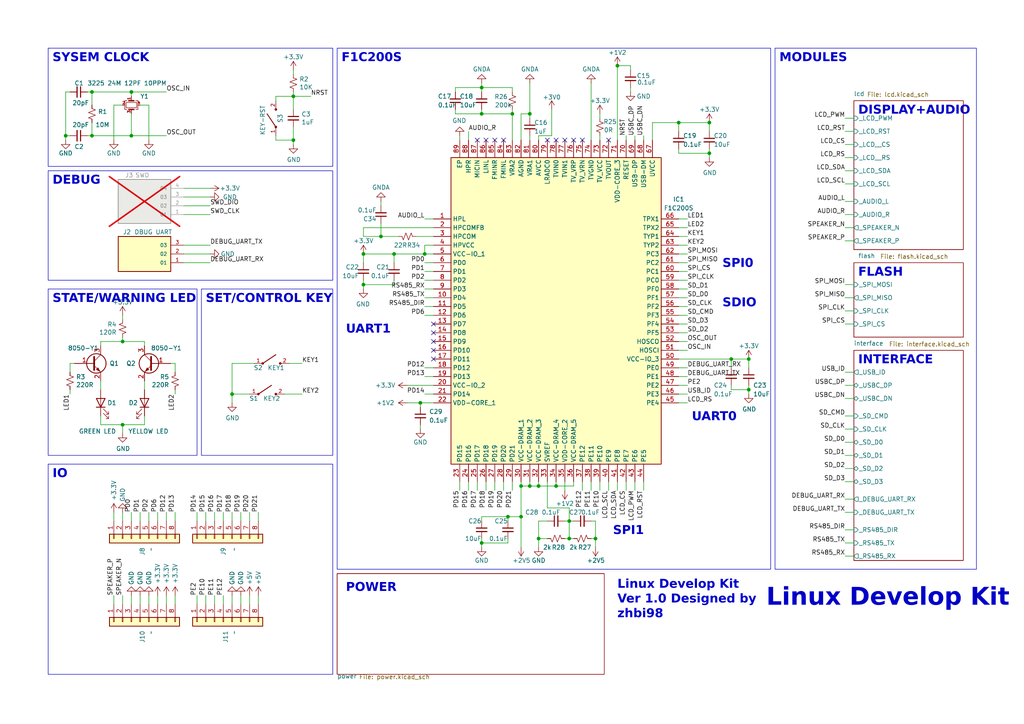
<source format=kicad_sch>
(kicad_sch (version 20230121) (generator eeschema)
  (paper "A4")
  (junction (at 85.09 40.64))
  (junction (at 139.7 33.02))
  (junction (at 205.74 35.56))
  (junction (at 156.21 140.97))
  (junction (at 217.17 113.03))
  (junction (at 35.56 123.19))
  (junction (at 26.67 39.37))
  (junction (at 19.05 39.37))
  (junction (at 212.09 104.14))
  (junction (at 156.21 156.21))
  (junction (at 153.67 140.97))
  (junction (at 139.7 25.4))
  (junction (at 38.1 39.37))
  (junction (at 205.74 44.45))
  (junction (at 179.07 19.05))
  (junction (at 139.7 157.48))
  (junction (at 105.41 73.66))
  (junction (at 153.67 33.02))
  (junction (at 110.49 68.58))
  (junction (at 105.41 82.55))
  (junction (at 147.32 149.86))
  (junction (at 151.13 140.97))
  (junction (at 172.72 156.21))
  (junction (at 161.29 140.97))
  (junction (at 196.85 35.56))
  (junction (at 151.13 149.86))
  (junction (at 121.92 116.84))
  (junction (at 165.1 156.21))
  (junction (at 148.59 33.02))
  (junction (at 114.3 73.66))
  (junction (at 217.17 104.14))
  (junction (at 26.67 26.67))
  (junction (at 38.1 26.67))
  (junction (at 67.31 114.3))
  (junction (at 123.19 73.66))
  (junction (at 35.56 99.06))
  (junction (at 165.1 151.13))
  (junction (at 85.09 27.94))
  (no_connect (at 146.05 40.64))
  (no_connect (at 140.97 40.64))
  (no_connect (at 125.73 99.06))
  (no_connect (at 176.53 40.64))
  (no_connect (at 125.73 93.98))
  (no_connect (at 158.75 40.64))
  (no_connect (at 138.43 40.64))
  (no_connect (at 168.91 40.64))
  (no_connect (at 125.73 101.6))
  (no_connect (at 125.73 96.52))
  (no_connect (at 161.29 40.64))
  (no_connect (at 163.83 40.64))
  (no_connect (at 125.73 104.14))
  (no_connect (at 143.51 40.64))
  (no_connect (at 166.37 40.64))
  (wire (pts (xy 69.85 148.59) (xy 69.85 151.13)))
  (wire (pts (xy 125.73 71.12) (xy 123.19 71.12)))
  (wire (pts (xy 50.8 172.72) (xy 50.8 175.26)))
  (wire (pts (xy 59.69 148.59) (xy 59.69 151.13)))
  (wire (pts (xy 123.19 114.3) (xy 125.73 114.3)))
  (wire (pts (xy 153.67 140.97) (xy 151.13 140.97)))
  (wire (pts (xy 205.74 35.56) (xy 205.74 38.1)))
  (wire (pts (xy 123.19 78.74) (xy 125.73 78.74)))
  (wire (pts (xy 45.72 148.59) (xy 45.72 151.13)))
  (wire (pts (xy 245.11 107.95) (xy 247.65 107.95)))
  (wire (pts (xy 20.32 105.41) (xy 21.59 105.41)))
  (wire (pts (xy 53.34 54.61) (xy 60.96 54.61)))
  (wire (pts (xy 160.02 31.75) (xy 160.02 39.37)))
  (wire (pts (xy 20.32 113.03) (xy 20.32 114.3)))
  (wire (pts (xy 147.32 156.21) (xy 147.32 157.48)))
  (wire (pts (xy 105.41 73.66) (xy 105.41 76.2)))
  (wire (pts (xy 139.7 156.21) (xy 139.7 157.48)))
  (wire (pts (xy 160.02 39.37) (xy 156.21 39.37)))
  (wire (pts (xy 196.85 78.74) (xy 199.39 78.74)))
  (wire (pts (xy 80.01 40.64) (xy 85.09 40.64)))
  (wire (pts (xy 80.01 40.64) (xy 80.01 39.37)))
  (wire (pts (xy 105.41 81.28) (xy 105.41 82.55)))
  (wire (pts (xy 43.18 30.48) (xy 40.64 30.48)))
  (wire (pts (xy 179.07 139.7) (xy 179.07 142.24)))
  (wire (pts (xy 41.91 99.06) (xy 41.91 100.33)))
  (wire (pts (xy 110.49 59.69) (xy 110.49 58.42)))
  (wire (pts (xy 245.11 45.72) (xy 247.65 45.72)))
  (wire (pts (xy 163.83 139.7) (xy 163.83 142.24)))
  (wire (pts (xy 161.29 140.97) (xy 156.21 140.97)))
  (wire (pts (xy 62.23 148.59) (xy 62.23 151.13)))
  (wire (pts (xy 62.23 172.72) (xy 62.23 175.26)))
  (wire (pts (xy 139.7 25.4) (xy 139.7 24.13)))
  (wire (pts (xy 196.85 86.36) (xy 199.39 86.36)))
  (wire (pts (xy 123.19 71.12) (xy 123.19 73.66)))
  (wire (pts (xy 156.21 151.13) (xy 156.21 156.21)))
  (wire (pts (xy 38.1 33.02) (xy 38.1 39.37)))
  (wire (pts (xy 196.85 35.56) (xy 205.74 35.56)))
  (wire (pts (xy 133.35 39.37) (xy 133.35 40.64)))
  (wire (pts (xy 85.09 40.64) (xy 85.09 41.91)))
  (wire (pts (xy 217.17 104.14) (xy 217.17 106.68)))
  (wire (pts (xy 132.08 31.75) (xy 132.08 33.02)))
  (wire (pts (xy 25.4 26.67) (xy 26.67 26.67)))
  (wire (pts (xy 50.8 105.41) (xy 50.8 107.95)))
  (wire (pts (xy 151.13 149.86) (xy 151.13 158.75)))
  (wire (pts (xy 245.11 144.78) (xy 247.65 144.78)))
  (wire (pts (xy 35.56 91.44) (xy 35.56 92.71)))
  (wire (pts (xy 172.72 156.21) (xy 172.72 158.75)))
  (wire (pts (xy 196.85 44.45) (xy 205.74 44.45)))
  (wire (pts (xy 196.85 73.66) (xy 199.39 73.66)))
  (wire (pts (xy 20.32 26.67) (xy 19.05 26.67)))
  (wire (pts (xy 123.19 86.36) (xy 125.73 86.36)))
  (wire (pts (xy 153.67 24.13) (xy 153.67 33.02)))
  (wire (pts (xy 196.85 63.5) (xy 199.39 63.5)))
  (wire (pts (xy 123.19 73.66) (xy 125.73 73.66)))
  (wire (pts (xy 139.7 25.4) (xy 139.7 26.67)))
  (wire (pts (xy 212.09 111.76) (xy 212.09 113.03)))
  (wire (pts (xy 139.7 157.48) (xy 139.7 158.75)))
  (wire (pts (xy 182.88 25.4) (xy 182.88 26.67)))
  (wire (pts (xy 171.45 151.13) (xy 172.72 151.13)))
  (wire (pts (xy 35.56 99.06) (xy 41.91 99.06)))
  (wire (pts (xy 245.11 86.36) (xy 247.65 86.36)))
  (wire (pts (xy 114.3 81.28) (xy 114.3 82.55)))
  (wire (pts (xy 105.41 68.58) (xy 110.49 68.58)))
  (wire (pts (xy 38.1 39.37) (xy 48.26 39.37)))
  (wire (pts (xy 139.7 33.02) (xy 148.59 33.02)))
  (wire (pts (xy 121.92 116.84) (xy 125.73 116.84)))
  (wire (pts (xy 33.02 30.48) (xy 33.02 40.64)))
  (wire (pts (xy 217.17 111.76) (xy 217.17 113.03)))
  (wire (pts (xy 217.17 114.3) (xy 217.17 113.03)))
  (wire (pts (xy 196.85 91.44) (xy 199.39 91.44)))
  (wire (pts (xy 57.15 148.59) (xy 57.15 151.13)))
  (wire (pts (xy 114.3 73.66) (xy 114.3 76.2)))
  (wire (pts (xy 67.31 148.59) (xy 67.31 151.13)))
  (wire (pts (xy 151.13 139.7) (xy 151.13 140.97)))
  (wire (pts (xy 123.19 83.82) (xy 125.73 83.82)))
  (wire (pts (xy 53.34 62.23) (xy 60.96 62.23)))
  (wire (pts (xy 245.11 93.98) (xy 247.65 93.98)))
  (wire (pts (xy 245.11 38.1) (xy 247.65 38.1)))
  (wire (pts (xy 184.15 39.37) (xy 184.15 40.64)))
  (wire (pts (xy 138.43 142.24) (xy 138.43 139.7)))
  (wire (pts (xy 156.21 140.97) (xy 153.67 140.97)))
  (wire (pts (xy 43.18 30.48) (xy 43.18 40.64)))
  (wire (pts (xy 82.55 114.3) (xy 87.63 114.3)))
  (wire (pts (xy 158.75 139.7) (xy 158.75 147.32)))
  (wire (pts (xy 123.19 109.22) (xy 125.73 109.22)))
  (wire (pts (xy 181.61 39.37) (xy 181.61 40.64)))
  (wire (pts (xy 143.51 142.24) (xy 143.51 139.7)))
  (wire (pts (xy 73.66 105.41) (xy 67.31 105.41)))
  (wire (pts (xy 114.3 73.66) (xy 123.19 73.66)))
  (wire (pts (xy 72.39 114.3) (xy 67.31 114.3)))
  (wire (pts (xy 114.3 82.55) (xy 105.41 82.55)))
  (wire (pts (xy 165.1 151.13) (xy 165.1 156.21)))
  (wire (pts (xy 151.13 140.97) (xy 151.13 149.86)))
  (wire (pts (xy 123.19 63.5) (xy 125.73 63.5)))
  (wire (pts (xy 123.19 76.2) (xy 125.73 76.2)))
  (wire (pts (xy 53.34 59.69) (xy 60.96 59.69)))
  (wire (pts (xy 205.74 45.72) (xy 205.74 44.45)))
  (wire (pts (xy 196.85 106.68) (xy 199.39 106.68)))
  (wire (pts (xy 166.37 140.97) (xy 161.29 140.97)))
  (wire (pts (xy 168.91 142.24) (xy 168.91 139.7)))
  (wire (pts (xy 85.09 20.32) (xy 85.09 21.59)))
  (wire (pts (xy 199.39 111.76) (xy 196.85 111.76)))
  (wire (pts (xy 80.01 27.94) (xy 80.01 29.21)))
  (wire (pts (xy 41.91 123.19) (xy 41.91 120.65)))
  (wire (pts (xy 147.32 149.86) (xy 147.32 151.13)))
  (wire (pts (xy 171.45 40.64) (xy 171.45 24.13)))
  (wire (pts (xy 53.34 73.66) (xy 60.96 73.66)))
  (wire (pts (xy 189.23 35.56) (xy 196.85 35.56)))
  (wire (pts (xy 158.75 147.32) (xy 165.1 147.32)))
  (wire (pts (xy 196.85 76.2) (xy 199.39 76.2)))
  (wire (pts (xy 147.32 149.86) (xy 151.13 149.86)))
  (wire (pts (xy 151.13 33.02) (xy 153.67 33.02)))
  (wire (pts (xy 245.11 135.89) (xy 247.65 135.89)))
  (wire (pts (xy 72.39 148.59) (xy 72.39 151.13)))
  (wire (pts (xy 184.15 139.7) (xy 184.15 142.24)))
  (wire (pts (xy 123.19 81.28) (xy 125.73 81.28)))
  (wire (pts (xy 67.31 105.41) (xy 67.31 114.3)))
  (wire (pts (xy 41.91 110.49) (xy 41.91 113.03)))
  (wire (pts (xy 83.82 105.41) (xy 87.63 105.41)))
  (wire (pts (xy 245.11 120.65) (xy 247.65 120.65)))
  (wire (pts (xy 85.09 27.94) (xy 90.17 27.94)))
  (wire (pts (xy 135.89 38.1) (xy 135.89 40.64)))
  (wire (pts (xy 48.26 148.59) (xy 48.26 151.13)))
  (wire (pts (xy 172.72 151.13) (xy 172.72 156.21)))
  (wire (pts (xy 53.34 57.15) (xy 60.96 57.15)))
  (wire (pts (xy 245.11 82.55) (xy 247.65 82.55)))
  (wire (pts (xy 182.88 19.05) (xy 182.88 20.32)))
  (wire (pts (xy 245.11 34.29) (xy 247.65 34.29)))
  (wire (pts (xy 182.88 19.05) (xy 179.07 19.05)))
  (wire (pts (xy 196.85 101.6) (xy 199.39 101.6)))
  (wire (pts (xy 245.11 128.27) (xy 247.65 128.27)))
  (wire (pts (xy 196.85 104.14) (xy 212.09 104.14)))
  (wire (pts (xy 245.11 66.04) (xy 247.65 66.04)))
  (wire (pts (xy 156.21 139.7) (xy 156.21 140.97)))
  (wire (pts (xy 196.85 96.52) (xy 199.39 96.52)))
  (wire (pts (xy 166.37 156.21) (xy 165.1 156.21)))
  (wire (pts (xy 173.99 142.24) (xy 173.99 139.7)))
  (wire (pts (xy 139.7 31.75) (xy 139.7 33.02)))
  (wire (pts (xy 212.09 104.14) (xy 212.09 106.68)))
  (wire (pts (xy 118.11 116.84) (xy 121.92 116.84)))
  (wire (pts (xy 196.85 93.98) (xy 199.39 93.98)))
  (wire (pts (xy 19.05 39.37) (xy 20.32 39.37)))
  (wire (pts (xy 121.92 116.84) (xy 121.92 118.11)))
  (wire (pts (xy 33.02 175.26) (xy 33.02 172.72)))
  (wire (pts (xy 26.67 39.37) (xy 38.1 39.37)))
  (wire (pts (xy 176.53 139.7) (xy 176.53 142.24)))
  (wire (pts (xy 245.11 41.91) (xy 247.65 41.91)))
  (wire (pts (xy 196.85 83.82) (xy 199.39 83.82)))
  (wire (pts (xy 156.21 156.21) (xy 158.75 156.21)))
  (wire (pts (xy 245.11 111.76) (xy 247.65 111.76)))
  (wire (pts (xy 196.85 109.22) (xy 199.39 109.22)))
  (wire (pts (xy 38.1 26.67) (xy 48.26 26.67)))
  (wire (pts (xy 245.11 115.57) (xy 247.65 115.57)))
  (wire (pts (xy 186.69 139.7) (xy 186.69 142.24)))
  (wire (pts (xy 25.4 39.37) (xy 26.67 39.37)))
  (wire (pts (xy 33.02 148.59) (xy 33.02 151.13)))
  (wire (pts (xy 189.23 40.64) (xy 189.23 35.56)))
  (wire (pts (xy 165.1 147.32) (xy 165.1 151.13)))
  (wire (pts (xy 85.09 26.67) (xy 85.09 27.94)))
  (wire (pts (xy 85.09 27.94) (xy 85.09 31.75)))
  (wire (pts (xy 166.37 151.13) (xy 165.1 151.13)))
  (wire (pts (xy 196.85 43.18) (xy 196.85 44.45)))
  (wire (pts (xy 67.31 172.72) (xy 67.31 175.26)))
  (wire (pts (xy 125.73 66.04) (xy 105.41 66.04)))
  (wire (pts (xy 40.64 172.72) (xy 40.64 175.26)))
  (wire (pts (xy 196.85 71.12) (xy 199.39 71.12)))
  (wire (pts (xy 53.34 76.2) (xy 60.96 76.2)))
  (wire (pts (xy 38.1 148.59) (xy 38.1 151.13)))
  (wire (pts (xy 212.09 113.03) (xy 217.17 113.03)))
  (wire (pts (xy 148.59 33.02) (xy 148.59 40.64)))
  (wire (pts (xy 173.99 33.02) (xy 173.99 34.29)))
  (wire (pts (xy 196.85 81.28) (xy 199.39 81.28)))
  (wire (pts (xy 29.21 123.19) (xy 29.21 120.65)))
  (wire (pts (xy 245.11 124.46) (xy 247.65 124.46)))
  (wire (pts (xy 50.8 113.03) (xy 50.8 114.3)))
  (wire (pts (xy 156.21 156.21) (xy 156.21 158.75)))
  (wire (pts (xy 196.85 99.06) (xy 199.39 99.06)))
  (wire (pts (xy 166.37 139.7) (xy 166.37 140.97)))
  (wire (pts (xy 29.21 123.19) (xy 35.56 123.19)))
  (wire (pts (xy 165.1 151.13) (xy 163.83 151.13)))
  (wire (pts (xy 59.69 172.72) (xy 59.69 175.26)))
  (wire (pts (xy 171.45 142.24) (xy 171.45 139.7)))
  (wire (pts (xy 123.19 106.68) (xy 125.73 106.68)))
  (wire (pts (xy 80.01 27.94) (xy 85.09 27.94)))
  (wire (pts (xy 245.11 153.67) (xy 247.65 153.67)))
  (wire (pts (xy 69.85 172.72) (xy 69.85 175.26)))
  (wire (pts (xy 29.21 99.06) (xy 29.21 100.33)))
  (wire (pts (xy 156.21 39.37) (xy 156.21 40.64)))
  (wire (pts (xy 43.18 148.59) (xy 43.18 151.13)))
  (wire (pts (xy 158.75 151.13) (xy 156.21 151.13)))
  (wire (pts (xy 245.11 157.48) (xy 247.65 157.48)))
  (wire (pts (xy 19.05 39.37) (xy 19.05 40.64)))
  (wire (pts (xy 151.13 40.64) (xy 151.13 33.02)))
  (wire (pts (xy 139.7 25.4) (xy 148.59 25.4)))
  (wire (pts (xy 245.11 53.34) (xy 247.65 53.34)))
  (wire (pts (xy 245.11 69.85) (xy 247.65 69.85)))
  (wire (pts (xy 74.93 172.72) (xy 74.93 175.26)))
  (wire (pts (xy 212.09 104.14) (xy 217.17 104.14)))
  (wire (pts (xy 148.59 25.4) (xy 148.59 26.67)))
  (wire (pts (xy 146.05 142.24) (xy 146.05 139.7)))
  (wire (pts (xy 245.11 49.53) (xy 247.65 49.53)))
  (wire (pts (xy 245.11 161.29) (xy 247.65 161.29)))
  (wire (pts (xy 172.72 156.21) (xy 171.45 156.21)))
  (wire (pts (xy 105.41 83.82) (xy 105.41 82.55)))
  (wire (pts (xy 161.29 139.7) (xy 161.29 140.97)))
  (wire (pts (xy 29.21 99.06) (xy 35.56 99.06)))
  (wire (pts (xy 179.07 19.05) (xy 179.07 40.64)))
  (wire (pts (xy 64.77 172.72) (xy 64.77 175.26)))
  (wire (pts (xy 148.59 142.24) (xy 148.59 139.7)))
  (wire (pts (xy 35.56 175.26) (xy 35.56 172.72)))
  (wire (pts (xy 57.15 172.72) (xy 57.15 175.26)))
  (wire (pts (xy 173.99 39.37) (xy 173.99 40.64)))
  (wire (pts (xy 64.77 148.59) (xy 64.77 151.13)))
  (wire (pts (xy 165.1 156.21) (xy 163.83 156.21)))
  (wire (pts (xy 132.08 33.02) (xy 139.7 33.02)))
  (wire (pts (xy 196.85 38.1) (xy 196.85 35.56)))
  (wire (pts (xy 133.35 142.24) (xy 133.35 139.7)))
  (wire (pts (xy 72.39 172.72) (xy 72.39 175.26)))
  (wire (pts (xy 135.89 142.24) (xy 135.89 139.7)))
  (wire (pts (xy 132.08 25.4) (xy 139.7 25.4)))
  (wire (pts (xy 153.67 139.7) (xy 153.67 140.97)))
  (wire (pts (xy 205.74 43.18) (xy 205.74 44.45)))
  (wire (pts (xy 153.67 33.02) (xy 153.67 34.29)))
  (wire (pts (xy 29.21 110.49) (xy 29.21 113.03)))
  (wire (pts (xy 196.85 66.04) (xy 199.39 66.04)))
  (wire (pts (xy 35.56 123.19) (xy 41.91 123.19)))
  (wire (pts (xy 196.85 116.84) (xy 199.39 116.84)))
  (wire (pts (xy 35.56 97.79) (xy 35.56 99.06)))
  (wire (pts (xy 53.34 71.12) (xy 60.96 71.12)))
  (wire (pts (xy 35.56 148.59) (xy 35.56 151.13)))
  (wire (pts (xy 20.32 105.41) (xy 20.32 107.95)))
  (wire (pts (xy 147.32 157.48) (xy 139.7 157.48)))
  (wire (pts (xy 121.92 123.19) (xy 121.92 124.46)))
  (wire (pts (xy 245.11 139.7) (xy 247.65 139.7)))
  (wire (pts (xy 123.19 88.9) (xy 125.73 88.9)))
  (wire (pts (xy 196.85 114.3) (xy 199.39 114.3)))
  (wire (pts (xy 148.59 33.02) (xy 148.59 31.75)))
  (wire (pts (xy 245.11 132.08) (xy 247.65 132.08)))
  (wire (pts (xy 132.08 26.67) (xy 132.08 25.4)))
  (wire (pts (xy 48.26 172.72) (xy 48.26 175.26)))
  (wire (pts (xy 43.18 172.72) (xy 43.18 175.26)))
  (wire (pts (xy 85.09 36.83) (xy 85.09 40.64)))
  (wire (pts (xy 74.93 148.59) (xy 74.93 151.13)))
  (wire (pts (xy 38.1 172.72) (xy 38.1 175.26)))
  (wire (pts (xy 110.49 64.77) (xy 110.49 68.58)))
  (wire (pts (xy 118.11 111.76) (xy 125.73 111.76)))
  (wire (pts (xy 245.11 58.42) (xy 247.65 58.42)))
  (wire (pts (xy 139.7 149.86) (xy 139.7 151.13)))
  (wire (pts (xy 26.67 30.48) (xy 26.67 26.67)))
  (wire (pts (xy 186.69 39.37) (xy 186.69 40.64)))
  (wire (pts (xy 105.41 66.04) (xy 105.41 68.58)))
  (wire (pts (xy 181.61 139.7) (xy 181.61 142.24)))
  (wire (pts (xy 35.56 123.19) (xy 35.56 125.73)))
  (wire (pts (xy 147.32 149.86) (xy 139.7 149.86)))
  (wire (pts (xy 245.11 90.17) (xy 247.65 90.17)))
  (wire (pts (xy 26.67 26.67) (xy 38.1 26.67)))
  (wire (pts (xy 50.8 105.41) (xy 49.53 105.41)))
  (wire (pts (xy 19.05 26.67) (xy 19.05 39.37)))
  (wire (pts (xy 120.65 68.58) (xy 125.73 68.58)))
  (wire (pts (xy 123.19 91.44) (xy 125.73 91.44)))
  (wire (pts (xy 245.11 148.59) (xy 247.65 148.59)))
  (wire (pts (xy 196.85 68.58) (xy 199.39 68.58)))
  (wire (pts (xy 50.8 148.59) (xy 50.8 151.13)))
  (wire (pts (xy 140.97 142.24) (xy 140.97 139.7)))
  (wire (pts (xy 114.3 73.66) (xy 105.41 73.66)))
  (wire (pts (xy 45.72 172.72) (xy 45.72 175.26)))
  (wire (pts (xy 26.67 35.56) (xy 26.67 39.37)))
  (wire (pts (xy 245.11 62.23) (xy 247.65 62.23)))
  (wire (pts (xy 196.85 88.9) (xy 199.39 88.9)))
  (wire (pts (xy 67.31 114.3) (xy 67.31 116.84)))
  (wire (pts (xy 110.49 68.58) (xy 115.57 68.58)))
  (wire (pts (xy 38.1 26.67) (xy 38.1 27.94)))
  (wire (pts (xy 40.64 148.59) (xy 40.64 151.13)))
  (wire (pts (xy 35.56 30.48) (xy 33.02 30.48)))
  (wire (pts (xy 153.67 39.37) (xy 153.67 40.64)))
  (rectangle (start 13.97 83.82) (end 57.15 132.08))
  (rectangle (start 13.97 134.62) (end 96.52 195.58))
  (rectangle (start 224.79 13.97) (end 283.21 165.1))
  (rectangle (start 58.42 83.82) (end 96.52 132.08))
  (rectangle (start 97.79 13.97) (end 223.52 165.1))
  (rectangle (start 13.97 49.53) (end 96.52 81.28))
  (rectangle (start 13.97 13.97) (end 96.52 48.26))
  (text "DISPLAY+AUDIO" (at 248.92 34.29 0) (effects (font (size 2.54 2.54) bold) (justify left bottom)))
  (text "MODULES" (at 226.06 19.05 0) (effects (font (size 2.54 2.54) (thickness 0.508) bold) (justify left bottom)))
  (text "DEBUG" (at 15.24 54.61 0) (effects (font (size 2.54 2.54) (thickness 0.508) bold) (justify left bottom)))
  (text "UART0" (at 200.66 123.19 0) (effects (font (size 2.54 2.54) (thickness 0.508) bold) (justify left bottom)))
  (text "SPI1" (at 177.8 156.21 0) (effects (font (size 2.54 2.54) (thickness 0.508) bold) (justify left bottom)))
  (text "SPI0" (at 209.55 78.74 0) (effects (font (size 2.54 2.54) (thickness 0.508) bold) (justify left bottom)))
  (text "F1C200S" (at 99.06 19.05 0) (effects (font (size 2.54 2.54) (thickness 0.508) bold) (justify left bottom)))
  (text "STATE/WARNING LED" (at 15.24 88.9 0) (effects (font (size 2.54 2.54) (thickness 0.508) bold) (justify left bottom)))
  (text "SET/CONTROL KEY" (at 59.69 88.9 0) (effects (font (size 2.54 2.54) (thickness 0.508) bold) (justify left bottom)))
  (text "INTERFACE" (at 248.92 106.68 0) (effects (font (size 2.54 2.54) bold) (justify left bottom)))
  (text "UART1" (at 100.33 97.79 0) (effects (font (size 2.54 2.54) (thickness 0.508) bold) (justify left bottom)))
  (text "Linux Develop Kit\nVer 1.0 Designed by\nzhbi98" (at 179.07 180.34 0) (effects (font (size 2.54 2.54) bold) (justify left bottom)))
  (text "IO" (at 15.24 139.7 0) (effects (font (size 2.54 2.54) (thickness 0.508) bold) (justify left bottom)))
  (text "FLASH" (at 248.92 81.28 0) (effects (font (size 2.54 2.54) bold) (justify left bottom)))
  (text "Linux Develop Kit" (at 222.25 177.8 0) (effects (font (size 5.08 5.08) bold) (justify left bottom)))
  (text "SYSEM CLOCK" (at 15.24 19.05 0) (effects (font (size 2.54 2.54) (thickness 0.508) bold) (justify left bottom)))
  (text "POWER" (at 100.33 172.72 0) (effects (font (size 2.54 2.54) bold) (justify left bottom)))
  (text "SDIO" (at 209.55 90.17 0) (effects (font (size 2.54 2.54) (thickness 0.508) bold) (justify left bottom)))
  (label "SD_CLK" (at 199.39 88.9 0))
  (label "LCD_SDA" (at 179.07 142.24 270))
  (label "SPI_CLK" (at 245.11 90.17 180))
  (label "USBC_DN" (at 245.11 115.57 180))
  (label "PD6" (at 45.72 148.59 90))
  (label "PD12" (at 48.26 148.59 90))
  (label "RS485_DIR" (at 123.19 88.9 180))
  (label "AUDIO_R" (at 245.11 62.23 180))
  (label "PE10" (at 59.69 172.72 90))
  (label "NRST" (at 181.61 39.37 90))
  (label "DEBUG_UART_TX" (at 245.11 148.59 180))
  (label "PD1" (at 40.64 148.59 90))
  (label "DEBUG_UART_RX" (at 60.96 76.2 0))
  (label "SPEAKER_P" (at 245.11 69.85 180))
  (label "PD18" (at 67.31 148.59 90))
  (label "PD13" (at 50.8 148.59 90))
  (label "DEBUG_UART_RX" (at 245.11 144.78 180))
  (label "RS485_RX" (at 245.11 161.29 180))
  (label "LCD_RST" (at 245.11 38.1 180))
  (label "RS485_DIR" (at 245.11 153.67 180))
  (label "USB_ID" (at 199.39 114.3 0))
  (label "SPEAKER_N" (at 245.11 66.04 180))
  (label "DEBUG_UART_TX" (at 199.39 109.22 0))
  (label "SPI_CS" (at 245.11 93.98 180))
  (label "PD20" (at 72.39 148.59 90))
  (label "PD15" (at 59.69 148.59 90))
  (label "AUDIO_L" (at 123.19 63.5 180))
  (label "USB_ID" (at 245.11 107.95 180))
  (label "AUDIO_R" (at 135.89 38.1 0))
  (label "SWD_CLK" (at 60.96 62.23 0))
  (label "DEBUG_UART_RX" (at 199.39 106.68 0))
  (label "PD1" (at 123.19 78.74 180))
  (label "PD0" (at 38.1 148.59 90))
  (label "PD16" (at 62.23 148.59 90))
  (label "PD2" (at 43.18 148.59 90))
  (label "LED1" (at 199.39 63.5 0))
  (label "PE12" (at 168.91 142.24 270))
  (label "PD20" (at 146.05 142.24 270))
  (label "AUDIO_L" (at 245.11 58.42 180))
  (label "LCD_SCL" (at 176.53 142.24 270))
  (label "LCD_RS" (at 199.39 116.84 0))
  (label "PD16" (at 135.89 142.24 270))
  (label "PD18" (at 140.97 142.24 270))
  (label "PD21" (at 74.93 148.59 90))
  (label "PE10" (at 173.99 142.24 270))
  (label "OSC_IN" (at 48.26 26.67 0))
  (label "PE2" (at 57.15 172.72 90))
  (label "OSC_OUT" (at 48.26 39.37 0))
  (label "PD19" (at 143.51 142.24 270))
  (label "PD19" (at 69.85 148.59 90))
  (label "PD6" (at 123.19 91.44 180))
  (label "RS485_TX" (at 123.19 86.36 180))
  (label "PD14" (at 57.15 148.59 90))
  (label "LED2" (at 199.39 66.04 0))
  (label "LCD_SCL" (at 245.11 53.34 180))
  (label "PD2" (at 123.19 81.28 180))
  (label "SWD_DIO" (at 60.96 59.69 0))
  (label "SD_D0" (at 199.39 86.36 0))
  (label "SPI_CLK" (at 199.39 81.28 0))
  (label "SD_D3" (at 199.39 93.98 0))
  (label "LCD_PWM" (at 245.11 34.29 180))
  (label "PD14" (at 123.19 114.3 180))
  (label "NRST" (at 90.17 27.94 0))
  (label "RS485_TX" (at 245.11 157.48 180))
  (label "SD_D2" (at 199.39 96.52 0))
  (label "LCD_PWM" (at 184.15 142.24 270))
  (label "KEY2" (at 199.39 71.12 0))
  (label "PD12" (at 123.19 106.68 180))
  (label "PD0" (at 123.19 76.2 180))
  (label "PD15" (at 133.35 142.24 270))
  (label "SPEAKER_N" (at 35.56 172.72 90))
  (label "PE12" (at 64.77 172.72 90))
  (label "KEY1" (at 199.39 68.58 0))
  (label "KEY2" (at 87.63 114.3 0))
  (label "SD_D0" (at 245.11 128.27 180))
  (label "PE2" (at 199.39 111.76 0))
  (label "SPEAKER_P" (at 33.02 172.72 90))
  (label "PE11" (at 171.45 142.24 270))
  (label "SD_CLK" (at 245.11 124.46 180))
  (label "PD21" (at 148.59 142.24 270))
  (label "DEBUG_UART_TX" (at 60.96 71.12 0))
  (label "LCD_RS" (at 245.11 45.72 180))
  (label "PE11" (at 62.23 172.72 90))
  (label "LCD_CS" (at 245.11 41.91 180))
  (label "KEY1" (at 87.63 105.41 0))
  (label "LCD_SDA" (at 245.11 49.53 180))
  (label "PD13" (at 123.19 109.22 180))
  (label "PD17" (at 64.77 148.59 90))
  (label "USBC_DN" (at 186.69 39.37 90))
  (label "SPI_MOSI" (at 245.11 82.55 180))
  (label "SD_D1" (at 245.11 132.08 180))
  (label "USBC_DP" (at 245.11 111.76 180))
  (label "OSC_OUT" (at 199.39 99.06 0))
  (label "USBC_DP" (at 184.15 39.37 90))
  (label "SD_CMD" (at 199.39 91.44 0))
  (label "SD_D2" (at 245.11 135.89 180))
  (label "SD_CMD" (at 245.11 120.65 180))
  (label "SPI_MISO" (at 199.39 76.2 0))
  (label "SD_D3" (at 245.11 139.7 180))
  (label "OSC_IN" (at 199.39 101.6 0))
  (label "LCD_RST" (at 186.69 142.24 270))
  (label "SPI_MISO" (at 245.11 86.36 180))
  (label "LED2" (at 50.8 114.3 270))
  (label "LED1" (at 20.32 114.3 270))
  (label "SD_D1" (at 199.39 83.82 0))
  (label "PD17" (at 138.43 142.24 270))
  (label "RS485_RX" (at 123.19 83.82 180))
  (label "LCD_CS" (at 181.61 142.24 270))
  (label "SPI_CS" (at 199.39 78.74 0))
  (label "SPI_MOSI" (at 199.39 73.66 0))
  (symbol (lib_id "Device:C_Small") (at 105.41 78.74 0) (mirror y) (unit 1)
    (property "Reference" "C22" (at 104.14 77.47 0) (effects (justify left)))
    (property "Value" "10uF" (at 104.14 80.01 0) (effects (justify left)))
    (property "Footprint" "Capacitor_SMD:C_0603_1608Metric" (effects hide))
  )
  (symbol (lib_id "power:GND") (at 33.02 40.64 0) (unit 1)
    (property "Reference" "#PWR02" (effects hide))
    (property "Value" "GND" (at 33.02 44.45 0))
  )
  (symbol (lib_id "power:GND") (at 67.31 116.84 0) (unit 1)
    (property "Reference" "#PWR011" (effects hide))
    (property "Value" "GND" (at 67.437 121.2342 0))
  )
  (symbol (lib_id "power:+3.3V") (at 173.99 33.02 0) (unit 1)
    (property "Reference" "#PWR062" (effects hide))
    (property "Value" "+3.3V" (at 173.99 29.21 0))
  )
  (symbol (lib_id "power:+3.3V") (at 35.56 91.44 0) (mirror y) (unit 1)
    (property "Reference" "#PWR09" (effects hide))
    (property "Value" "+3.3V" (at 35.56 87.63 0))
  )
  (symbol (lib_id "power:GND") (at 133.35 39.37 180) (unit 1)
    (property "Reference" "#PWR065" (effects hide))
    (property "Value" "GND" (at 133.223 34.9758 0))
  )
  (symbol (lib_id "power:GND") (at 105.41 83.82 0) (mirror y) (unit 1)
    (property "Reference" "#PWR071" (effects hide))
    (property "Value" "GND" (at 105.283 88.2142 0))
  )
  (symbol (lib_id "Device:C_Small") (at 196.85 40.64 0) (unit 1)
    (property "Reference" "C19" (at 198.12 39.37 0) (effects (justify left)))
    (property "Value" "0.1uF" (at 198.12 41.91 0) (effects (justify left)))
    (property "Footprint" "Capacitor_SMD:C_0603_1608Metric" (effects hide))
  )
  (symbol (lib_id "power:+3V0") (at 160.02 31.75 0) (unit 1)
    (property "Reference" "#PWR063" (effects hide))
    (property "Value" "+3V0" (at 160.02 28.194 0))
  )
  (symbol (lib_id "power:GNDA") (at 110.49 58.42 180) (unit 1)
    (property "Reference" "#PWR096" (effects hide))
    (property "Value" "GNDA" (at 110.49 54.356 0))
  )
  (symbol (lib_id "power:GND") (at 40.64 172.72 180) (unit 1)
    (property "Reference" "#PWR0114" (effects hide))
    (property "Value" "GND" (at 40.64 167.64 90))
  )
  (symbol (lib_id "Device:R_Small_US") (at 50.8 110.49 0) (mirror y) (unit 1)
    (property "Reference" "R5" (at 49.0728 109.3216 0) (effects (justify left)))
    (property "Value" "220R" (at 49.0728 111.633 0) (effects (justify left)))
    (property "Footprint" "Resistor_SMD:R_0603_1608Metric" (effects hide))
  )
  (symbol (lib_id "Device:C_Small") (at 168.91 151.13 90) (mirror x) (unit 1)
    (property "Reference" "C27" (at 168.91 148.59 90) (effects (justify left)))
    (property "Value" "0.1uF" (at 173.99 148.59 90) (effects (justify left)))
    (property "Footprint" "Capacitor_SMD:C_0603_1608Metric" (effects hide))
  )
  (symbol (lib_id "3rd_Connector_Generic:CONN_1x3P") (at 41.91 73.66 180) (unit 1)
    (property "Reference" "J2" (at 36.83 67.31 0))
    (property "Value" "DBUG UART" (at 44.45 67.31 0))
    (property "Footprint" "3rd_Connector_JST_SMD:CONN-SMD_1x3P-P1.0-H_WAFER-SH1.0-3PWB" (effects hide))
    (property "MANUFACTURER" "SAMTEC" (effects hide))
  )
  (symbol (lib_id "Device:C_Small") (at 139.7 29.21 0) (unit 1)
    (property "Reference" "C18" (at 133.35 27.94 0) (effects (justify left)))
    (property "Value" "10uF" (at 133.35 30.48 0) (effects (justify left)))
    (property "Footprint" "Capacitor_SMD:C_0603_1608Metric" (effects hide))
  )
  (symbol (lib_id "Device:Q_NPN_BEC") (at 26.67 105.41 0) (unit 1)
    (property "Reference" "Q1" (at 31.75 105.41 0) (effects (justify left)))
    (property "Value" "8050-Y1" (at 19.685 100.965 0) (effects (justify left)))
    (property "Footprint" "Package_TO_SOT_SMD:SOT-23" (effects hide))
  )
  (symbol (lib_id "Device:LED") (at 29.21 116.84 90) (unit 1)
    (property "Reference" "D1" (at 31.115 116.84 90) (effects (justify right)))
    (property "Value" "GREEN LED" (at 22.86 125.095 90) (effects (justify right)))
    (property "Footprint" "LED_SMD:LED_0603_1608Metric" (effects hide))
  )
  (symbol (lib_id "power:+3.3V") (at 45.72 172.72 0) (unit 1)
    (property "Reference" "#PWR0118" (effects hide))
    (property "Value" "+3.3V" (at 45.72 166.37 90))
  )
  (symbol (lib_id "power:GND") (at 85.09 41.91 0) (unit 1)
    (property "Reference" "#PWR05" (effects hide))
    (property "Value" "GND" (at 85.217 46.3042 0))
  )
  (symbol (lib_id "Device:C_Small") (at 161.29 151.13 90) (mirror x) (unit 1)
    (property "Reference" "C28" (at 156.21 148.59 90) (effects (justify left)))
    (property "Value" "0.1uF" (at 162.56 148.59 90) (effects (justify left)))
    (property "Footprint" "Capacitor_SMD:C_0603_1608Metric" (effects hide))
  )
  (symbol (lib_id "power:GND") (at 182.88 26.67 0) (unit 1)
    (property "Reference" "#PWR061" (effects hide))
    (property "Value" "GND" (at 186.69 27.94 0))
  )
  (symbol (lib_id "Connector_Generic:Conn_01x08") (at 40.64 156.21 90) (mirror x) (unit 1)
    (property "Reference" "J8" (at 41.275 158.75 0) (effects (justify left)))
    (property "Value" "~" (at 43.815 158.75 0) (effects (justify left)))
    (property "Footprint" "Connector_PinHeader_2.54mm:PinHeader_1x08_P2.54mm_Vertical" (effects hide))
  )
  (symbol (lib_id "Device:R_Small_US") (at 85.09 24.13 0) (unit 1)
    (property "Reference" "R2" (at 86.8172 22.9616 0) (effects (justify left)))
    (property "Value" "10K" (at 86.8172 25.273 0) (effects (justify left)))
    (property "Footprint" "Resistor_SMD:R_0603_1608Metric" (effects hide))
  )
  (symbol (lib_id "Device:R_Small_US") (at 35.56 95.25 0) (mirror y) (unit 1)
    (property "Reference" "R4" (at 33.8328 94.0816 0) (effects (justify left)))
    (property "Value" "120R" (at 33.8328 96.393 0) (effects (justify left)))
    (property "Footprint" "Resistor_SMD:R_0603_1608Metric" (effects hide))
  )
  (symbol (lib_id "Device:C_Small") (at 205.74 40.64 0) (unit 1)
    (property "Reference" "C20" (at 207.01 39.37 0) (effects (justify left)))
    (property "Value" "10uF" (at 207.01 41.91 0) (effects (justify left)))
    (property "Footprint" "Capacitor_SMD:C_0603_1608Metric" (effects hide))
  )
  (symbol (lib_id "Device:C_Small") (at 22.86 26.67 270) (unit 1)
    (property "Reference" "C1" (at 21.59 24.13 90) (effects (justify left)))
    (property "Value" "20pF" (at 20.955 29.845 90) (effects (justify left)))
    (property "Footprint" "Capacitor_SMD:C_0603_1608Metric" (effects hide))
  )
  (symbol (lib_id "power:+5V") (at 72.39 172.72 0) (unit 1)
    (property "Reference" "#PWR0106" (effects hide))
    (property "Value" "+5V" (at 72.39 167.64 90))
  )
  (symbol (lib_id "3rd_Switch:KEY-PB_2P") (at 78.74 105.41 0) (unit 1)
    (property "Reference" "S2" (at 76.2 106.68 0) (effects (justify right)))
    (property "Value" "KEY1" (at 82.55 106.68 0) (effects (justify right)))
    (property "Footprint" "3rd_Button_Switch_SMD:KEY-SMD_2P_L4.0-W3.0-V_K2-1807SN-A3DW-06" (effects hide))
    (property "Comment" "KEY_2P_" (effects hide))
  )
  (symbol (lib_id "Device:Q_NPN_BEC") (at 44.45 105.41 0) (mirror y) (unit 1)
    (property "Reference" "Q2" (at 39.37 105.41 0) (effects (justify left)))
    (property "Value" "8050-Y1" (at 52.705 100.965 0) (effects (justify left)))
    (property "Footprint" "Package_TO_SOT_SMD:SOT-23" (effects hide))
  )
  (symbol (lib_id "power:GND") (at 69.85 172.72 180) (unit 1)
    (property "Reference" "#PWR0111" (effects hide))
    (property "Value" "GND" (at 69.85 167.64 90))
  )
  (symbol (lib_id "power:+1V2") (at 118.11 116.84 90) (unit 1)
    (property "Reference" "#PWR080" (effects hide))
    (property "Value" "+1V2" (at 111.76 116.84 90))
  )
  (symbol (lib_id "power:GND") (at 217.17 114.3 0) (unit 1)
    (property "Reference" "#PWR075" (effects hide))
    (property "Value" "GND" (at 217.297 118.6942 0))
  )
  (symbol (lib_id "power:+2V5") (at 172.72 158.75 0) (mirror x) (unit 1)
    (property "Reference" "#PWR078" (effects hide))
    (property "Value" "+2V5" (at 170.18 162.56 0) (effects (justify left)))
  )
  (symbol (lib_id "power:+3.3V") (at 48.26 172.72 0) (unit 1)
    (property "Reference" "#PWR0115" (effects hide))
    (property "Value" "+3.3V" (at 48.26 166.37 90))
  )
  (symbol (lib_id "3rd_MCU_AllWinner_F1C:F1C200S") (at 125.73 63.5 0) (unit 1)
    (property "Reference" "IC1" (at 196.85 57.8103 0))
    (property "Value" "F1C200S" (at 196.85 60.3503 0))
    (property "Footprint" "3rd_Package_QFN:QFN-88_L10.0-W10.0-P0.40_F1C200S" (effects hide))
    (property "Datasheet" "https://linux-sunxi.org/images/1/11/Allwinner_F1C200s_Datasheet_V1.0.pdf" (effects hide))
    (property "Height" "0.9" (effects hide))
    (property "Manufacturer_Name" "Allwinner Technology" (effects hide))
    (property "Manufacturer_Part_Number" "F1C200S" (effects hide))
  )
  (symbol (lib_id "power:+3.3V") (at 217.17 104.14 0) (unit 1)
    (property "Reference" "#PWR074" (effects hide))
    (property "Value" "+3.3V" (at 217.17 100.33 0))
  )
  (symbol (lib_id "Device:C_Small") (at 110.49 62.23 180) (unit 1)
    (property "Reference" "C34" (at 109.22 63.5 0) (effects (justify left)))
    (property "Value" "0.1uF" (at 109.22 60.96 0) (effects (justify left)))
    (property "Footprint" "Capacitor_SMD:C_0603_1608Metric" (effects hide))
  )
  (symbol (lib_id "Device:R_Small_US") (at 26.67 33.02 180) (unit 1)
    (property "Reference" "R1" (at 31.115 32.385 0) (effects (justify left)))
    (property "Value" "10M" (at 31.75 36.195 0) (effects (justify left)))
    (property "Footprint" "Resistor_SMD:R_0603_1608Metric" (effects hide))
  )
  (symbol (lib_id "Device:C_Small") (at 85.09 34.29 0) (unit 1)
    (property "Reference" "C3" (at 87.4268 33.1216 0) (effects (justify left)))
    (property "Value" "1uF" (at 87.4268 35.433 0) (effects (justify left)))
    (property "Footprint" "Capacitor_SMD:C_0603_1608Metric" (effects hide))
  )
  (symbol (lib_id "power:+5V") (at 74.93 172.72 0) (unit 1)
    (property "Reference" "#PWR098" (effects hide))
    (property "Value" "+5V" (at 74.93 167.64 90))
  )
  (symbol (lib_id "Connector_Generic:Conn_01x08") (at 40.64 180.34 90) (mirror x) (unit 1)
    (property "Reference" "J10" (at 41.275 182.88 0) (effects (justify left)))
    (property "Value" "~" (at 43.815 182.88 0) (effects (justify left)))
    (property "Footprint" "Connector_PinHeader_2.54mm:PinHeader_1x08_P2.54mm_Vertical" (effects hide))
  )
  (symbol (lib_id "Device:R_Small_US") (at 118.11 68.58 90) (mirror x) (unit 1)
    (property "Reference" "R34" (at 121.92 71.12 90) (effects (justify left)))
    (property "Value" "22R" (at 118.11 71.12 90) (effects (justify left)))
    (property "Footprint" "Resistor_SMD:R_0603_1608Metric" (effects hide))
  )
  (symbol (lib_id "power:GNDA") (at 139.7 24.13 180) (unit 1)
    (property "Reference" "#PWR067" (effects hide))
    (property "Value" "GNDA" (at 139.7 20.066 0))
  )
  (symbol (lib_id "power:GND") (at 60.96 57.15 90) (unit 1)
    (property "Reference" "#PWR07" (effects hide))
    (property "Value" "GND" (at 66.675 57.15 90))
  )
  (symbol (lib_id "power:+3.3V") (at 205.74 35.56 0) (unit 1)
    (property "Reference" "#PWR068" (effects hide))
    (property "Value" "+3.3V" (at 205.74 31.75 0))
  )
  (symbol (lib_id "Device:LED") (at 41.91 116.84 270) (mirror x) (unit 1)
    (property "Reference" "D2" (at 40.005 116.84 90) (effects (justify right)))
    (property "Value" "YELLOW LED" (at 48.895 125.095 90) (effects (justify right)))
    (property "Footprint" "LED_SMD:LED_0603_1608Metric" (effects hide))
  )
  (symbol (lib_id "Device:C_Small") (at 147.32 153.67 0) (mirror y) (unit 1)
    (property "Reference" "C25" (at 147.32 151.13 0) (effects (justify left)))
    (property "Value" "0.1uF" (at 147.32 156.21 0) (effects (justify left)))
    (property "Footprint" "Capacitor_SMD:C_0603_1608Metric" (effects hide))
  )
  (symbol (lib_id "Connector_Generic:Conn_01x08") (at 64.77 156.21 90) (mirror x) (unit 1)
    (property "Reference" "J9" (at 64.77 158.75 0) (effects (justify left)))
    (property "Value" "~" (at 67.945 158.75 0) (effects (justify left)))
    (property "Footprint" "Connector_PinHeader_2.54mm:PinHeader_1x08_P2.54mm_Vertical" (effects hide))
  )
  (symbol (lib_id "power:GND") (at 156.21 158.75 0) (unit 1)
    (property "Reference" "#PWR073" (effects hide))
    (property "Value" "GND" (at 156.21 162.56 0))
  )
  (symbol (lib_id "power:GND") (at 35.56 125.73 0) (unit 1)
    (property "Reference" "#PWR010" (effects hide))
    (property "Value" "GND" (at 35.687 130.1242 0))
  )
  (symbol (lib_id "3rd_Switch:KEY-PB_2P") (at 77.47 114.3 0) (unit 1)
    (property "Reference" "S1" (at 74.93 115.57 0) (effects (justify right)))
    (property "Value" "KEY2" (at 81.28 115.57 0) (effects (justify right)))
    (property "Footprint" "3rd_Button_Switch_SMD:KEY-SMD_2P_L4.0-W3.0-V_K2-1807SN-A3DW-06" (effects hide))
    (property "Comment" "KEY_2P_" (effects hide))
  )
  (symbol (lib_id "power:+3.3V") (at 85.09 20.32 0) (unit 1)
    (property "Reference" "#PWR04" (effects hide))
    (property "Value" "+3.3V" (at 85.09 16.51 0))
  )
  (symbol (lib_id "power:GND") (at 35.56 148.59 180) (unit 1)
    (property "Reference" "#PWR099" (effects hide))
    (property "Value" "GND" (at 35.56 143.51 90))
  )
  (symbol (lib_id "power:GND") (at 60.96 73.66 90) (unit 1)
    (property "Reference" "#PWR08" (effects hide))
    (property "Value" "GND" (at 66.04 73.66 90))
  )
  (symbol (lib_id "Device:R_Small_US") (at 161.29 156.21 270) (mirror x) (unit 1)
    (property "Reference" "R28" (at 160.02 158.75 90) (effects (justify left)))
    (property "Value" "2k" (at 157.48 158.75 90) (effects (justify left)))
    (property "Footprint" "Resistor_SMD:R_0603_1608Metric" (effects hide))
  )
  (symbol (lib_id "Device:C_Small") (at 114.3 78.74 0) (mirror y) (unit 1)
    (property "Reference" "C21" (at 113.03 77.47 0) (effects (justify left)))
    (property "Value" "0.1uF" (at 113.03 80.01 0) (effects (justify left)))
    (property "Footprint" "Capacitor_SMD:C_0603_1608Metric" (effects hide))
  )
  (symbol (lib_id "Device:C_Small") (at 182.88 22.86 0) (unit 1)
    (property "Reference" "C15" (at 184.658 21.971 0) (effects (justify left)))
    (property "Value" "0.1uF" (at 184.785 23.876 0) (effects (justify left)))
    (property "Footprint" "Capacitor_SMD:C_0603_1608Metric" (effects hide))
  )
  (symbol (lib_id "power:GND") (at 38.1 172.72 180) (unit 1)
    (property "Reference" "#PWR0113" (effects hide))
    (property "Value" "GND" (at 38.1 167.64 90))
  )
  (symbol (lib_id "power:+3.3V") (at 105.41 73.66 0) (mirror y) (unit 1)
    (property "Reference" "#PWR070" (effects hide))
    (property "Value" "+3.3V" (at 105.41 69.85 0))
  )
  (symbol (lib_id "power:+3.3V") (at 118.11 111.76 90) (mirror x) (unit 1)
    (property "Reference" "#PWR079" (effects hide))
    (property "Value" "+3.3V" (at 111.76 111.76 90))
  )
  (symbol (lib_id "power:+3.3V") (at 60.96 54.61 270) (unit 1)
    (property "Reference" "#PWR06" (effects hide))
    (property "Value" "+3.3V" (at 66.675 54.61 90))
  )
  (symbol (lib_id "power:GNDA") (at 153.67 24.13 180) (unit 1)
    (property "Reference" "#PWR066" (effects hide))
    (property "Value" "GNDA" (at 153.67 20.066 0))
  )
  (symbol (lib_id "Device:C_Small") (at 153.67 36.83 0) (unit 1)
    (property "Reference" "C16" (at 154.94 35.56 0) (effects (justify left)))
    (property "Value" "1uF" (at 154.94 38.1 0) (effects (justify left)))
    (property "Footprint" "Capacitor_SMD:C_0603_1608Metric" (effects hide))
  )
  (symbol (lib_id "power:+2V5") (at 151.13 158.75 0) (mirror x) (unit 1)
    (property "Reference" "#PWR076" (effects hide))
    (property "Value" "+2V5" (at 148.59 162.56 0) (effects (justify left)))
  )
  (symbol (lib_id "Device:R_Small_US") (at 173.99 36.83 0) (unit 1)
    (property "Reference" "R25" (at 175.006 35.306 0) (effects (justify left)))
    (property "Value" "0R" (at 175.133 37.719 0) (effects (justify left)))
    (property "Footprint" "Resistor_SMD:R_0603_1608Metric" (effects hide))
  )
  (symbol (lib_id "power:GND") (at 19.05 40.64 0) (unit 1)
    (property "Reference" "#PWR01" (effects hide))
    (property "Value" "GND" (at 19.05 44.45 0))
  )
  (symbol (lib_id "power:+3.3V") (at 33.02 148.59 0) (unit 1)
    (property "Reference" "#PWR097" (effects hide))
    (property "Value" "+3.3V" (at 33.02 142.24 90))
  )
  (symbol (lib_id "Device:R_Small_US") (at 20.32 110.49 0) (unit 1)
    (property "Reference" "R3" (at 22.0472 109.3216 0) (effects (justify left)))
    (property "Value" "220R" (at 22.0472 111.633 0) (effects (justify left)))
    (property "Footprint" "Resistor_SMD:R_0603_1608Metric" (effects hide))
  )
  (symbol (lib_id "Device:C_Small") (at 22.86 39.37 270) (unit 1)
    (property "Reference" "C2" (at 21.59 42.545 90) (effects (justify left)))
    (property "Value" "20pF" (at 20.955 36.195 90) (effects (justify left)))
    (property "Footprint" "Capacitor_SMD:C_0603_1608Metric" (effects hide))
  )
  (symbol (lib_id "Device:R_Small_US") (at 168.91 156.21 270) (mirror x) (unit 1)
    (property "Reference" "R27" (at 167.64 158.75 90) (effects (justify left)))
    (property "Value" "2k" (at 165.1 158.75 90) (effects (justify left)))
    (property "Footprint" "Resistor_SMD:R_0603_1608Metric" (effects hide))
  )
  (symbol (lib_id "power:GND") (at 43.18 172.72 180) (unit 1)
    (property "Reference" "#PWR0117" (effects hide))
    (property "Value" "GND" (at 43.18 167.64 90))
  )
  (symbol (lib_id "Device:C_Small") (at 121.92 120.65 0) (unit 1)
    (property "Reference" "C29" (at 124.46 119.38 0) (effects (justify left)))
    (property "Value" "0.1uF" (at 124.46 121.92 0) (effects (justify left)))
    (property "Footprint" "Capacitor_SMD:C_0603_1608Metric" (effects hide))
  )
  (symbol (lib_id "power:+1V2") (at 163.83 142.24 180) (unit 1)
    (property "Reference" "#PWR072" (effects hide))
    (property "Value" "+1V2" (at 163.83 146.05 0))
  )
  (symbol (lib_id "power:GNDA") (at 171.45 24.13 180) (unit 1)
    (property "Reference" "#PWR064" (effects hide))
    (property "Value" "GNDA" (at 171.45 20.066 0))
  )
  (symbol (lib_id "Device:C_Small") (at 212.09 109.22 0) (unit 1)
    (property "Reference" "C24" (at 207.01 111.76 0) (effects (justify left)))
    (property "Value" "0.1uF" (at 207.01 114.3 0) (effects (justify left)))
    (property "Footprint" "Capacitor_SMD:C_0603_1608Metric" (effects hide))
  )
  (symbol (lib_id "power:GND") (at 67.31 172.72 180) (unit 1)
    (property "Reference" "#PWR0112" (effects hide))
    (property "Value" "GND" (at 67.31 167.64 90))
  )
  (symbol (lib_id "Device:C_Small") (at 132.08 29.21 0) (unit 1)
    (property "Reference" "C17" (at 127 27.94 0) (effects (justify left)))
    (property "Value" "0.1uF" (at 127 30.48 0) (effects (justify left)))
    (property "Footprint" "Capacitor_SMD:C_0603_1608Metric" (effects hide))
  )
  (symbol (lib_id "Device:R_Small_US") (at 148.59 29.21 0) (unit 1)
    (property "Reference" "R26" (at 143.383 28.067 0) (effects (justify left)))
    (property "Value" "200k" (at 143.51 30.48 0) (effects (justify left)))
    (property "Footprint" "Resistor_SMD:R_0603_1608Metric" (effects hide))
  )
  (symbol (lib_id "power:GND") (at 121.92 124.46 0) (mirror y) (unit 1)
    (property "Reference" "#PWR081" (effects hide))
    (property "Value" "GND" (at 121.92 128.27 0))
  )
  (symbol (lib_id "3rd_Switch:KEY-PB_2P") (at 80.01 34.29 90) (unit 1)
    (property "Reference" "S3" (at 81.28 33.02 0) (effects (justify right)))
    (property "Value" "KEY-RST" (at 76.2 30.48 0) (effects (justify right)))
    (property "Footprint" "3rd_Button_Switch_SMD:KEY-SMD_2P_L4.0-W3.0-V_K2-1807SN-A3DW-06" (effects hide))
    (property "Comment" "KEY_2P_" (effects hide))
  )
  (symbol (lib_id "power:+3.3V") (at 50.8 172.72 0) (unit 1)
    (property "Reference" "#PWR0116" (effects hide))
    (property "Value" "+3.3V" (at 50.8 166.37 90))
  )
  (symbol (lib_id "power:GND") (at 43.18 40.64 0) (unit 1)
    (property "Reference" "#PWR03" (effects hide))
    (property "Value" "GND" (at 43.18 44.45 0))
  )
  (symbol (lib_id "3rd_Connector_Generic:CONN_1x4P") (at 41.91 59.69 180) (unit 1) (in_bom no) (on_board no) (dnp yes)
    (property "Reference" "J3" (at 37.465 50.8 0))
    (property "Value" "SWD" (at 41.275 50.8 0))
    (property "Footprint" "3rd_Connector_JST_SMD:CONN-SMD_1x4P-P1.0-H_WAFER-SH1.0-4PWB" (effects hide))
    (property "MANUFACTURER" "SAMTEC" (effects hide))
  )
  (symbol (lib_id "Device:Crystal_GND24_Small") (at 38.1 30.48 270) (unit 1)
    (property "Reference" "Y1" (at 41.91 27.94 90))
    (property "Value" "3225 24M 12PF 10PPM" (at 36.83 24.13 90))
    (property "Footprint" "Crystal:Crystal_SMD_3225-4Pin_3.2x2.5mm" (effects hide))
  )
  (symbol (lib_id "Connector_Generic:Conn_01x08") (at 64.77 180.34 90) (mirror x) (unit 1)
    (property "Reference" "J11" (at 65.405 182.88 0) (effects (justify left)))
    (property "Value" "~" (at 67.945 182.88 0) (effects (justify left)))
    (property "Footprint" "Connector_PinHeader_2.54mm:PinHeader_1x08_P2.54mm_Vertical" (effects hide))
  )
  (symbol (lib_id "power:GND") (at 139.7 158.75 0) (mirror y) (unit 1)
    (property "Reference" "#PWR077" (effects hide))
    (property "Value" "GND" (at 139.7 162.56 0))
  )
  (symbol (lib_id "Device:C_Small") (at 139.7 153.67 0) (mirror y) (unit 1)
    (property "Reference" "C26" (at 139.7 151.13 0) (effects (justify left)))
    (property "Value" "10uF" (at 139.7 156.21 0) (effects (justify left)))
    (property "Footprint" "Capacitor_SMD:C_0603_1608Metric" (effects hide))
  )
  (symbol (lib_id "power:+1V2") (at 179.07 19.05 0) (unit 1)
    (property "Reference" "#PWR060" (effects hide))
    (property "Value" "+1V2" (at 179.07 15.24 0))
  )
  (symbol (lib_id "power:GND") (at 205.74 45.72 0) (unit 1)
    (property "Reference" "#PWR069" (effects hide))
    (property "Value" "GND" (at 205.867 50.1142 0))
  )
  (symbol (lib_id "Device:C_Small") (at 217.17 109.22 0) (unit 1)
    (property "Reference" "C23" (at 218.44 111.76 0) (effects (justify left)))
    (property "Value" "10uF" (at 218.44 114.3 0) (effects (justify left)))
    (property "Footprint" "Capacitor_SMD:C_0603_1608Metric" (effects hide))
  )
  (sheet (at 247.65 76.2) (size 31.75 21.59) (stroke (width 0.1524))
    (property "Sheetname" "flash" (at 248.92 74.93 0) (effects (justify left bottom)))
    (property "Sheetfile" "flash.kicad_sch" (at 255.27 73.66 0) (effects (justify left top)))
    (pin "_SPI_CS" input (at 247.65 93.98 180))
    (pin "_SPI_CLK" input (at 247.65 90.17 180))
    (pin "_SPI_MISO" output (at 247.65 86.36 180))
    (pin "_SPI_MOSI" input (at 247.65 82.55 180))
  )
  (sheet (at 247.65 29.21) (size 31.75 43.18) (stroke (width 0.1524))
    (property "Sheetname" "lcd" (at 247.65 27.94 0) (effects (justify left bottom)))
    (property "Sheetfile" "lcd.kicad_sch" (at 251.46 26.67 0) (effects (justify left top)))
    (pin "_LCD_PWM" input (at 247.65 34.29 180))
    (pin "_LCD__CS" input (at 247.65 41.91 180))
    (pin "_LCD_RST" input (at 247.65 38.1 180))
    (pin "_LCD__RS" input (at 247.65 45.72 180))
    (pin "_LCD_SDA" input (at 247.65 49.53 180))
    (pin "_LCD_SCL" input (at 247.65 53.34 180))
    (pin "_AUDIO_L" input (at 247.65 58.42 180))
    (pin "_AUDIO_R" input (at 247.65 62.23 180))
    (pin "_SPEAKER_N" output (at 247.65 66.04 180))
    (pin "_SPEAKER_P" output (at 247.65 69.85 180))
  )
  (sheet (at 97.79 166.37) (size 77.47 29.21) (stroke (width 0.1524))
    (property "Sheetname" "power" (at 97.79 196.85 0) (effects (justify left bottom)))
    (property "Sheetfile" "power.kicad_sch" (at 104.14 195.58 0) (effects (justify left top)))
  )
  (sheet (at 247.65 101.6) (size 31.75 60.96) (stroke (width 0.1524))
    (property "Sheetname" "interface" (at 247.65 100.33 0) (effects (justify left bottom)))
    (property "Sheetfile" "interface.kicad_sch" (at 257.81 99.06 0) (effects (justify left top)))
    (pin "_SD_D2" bidirectional (at 247.65 135.89 180))
    (pin "_SD_CMD" input (at 247.65 120.65 180))
    (pin "_SD_CLK" input (at 247.65 124.46 180))
    (pin "_USBC_DP" bidirectional (at 247.65 111.76 180))
    (pin "_USBC_DN" bidirectional (at 247.65 115.57 180))
    (pin "_SD_D3" bidirectional (at 247.65 139.7 180))
    (pin "_SD_D0" bidirectional (at 247.65 128.27 180))
    (pin "_SD_D1" bidirectional (at 247.65 132.08 180))
    (pin "_USB_ID" output (at 247.65 107.95 180))
    (pin "_DEBUG_UART_RX" output (at 247.65 144.78 180))
    (pin "_DEBUG_UART_TX" input (at 247.65 148.59 180))
    (pin "_RS485_DIR" input (at 247.65 153.67 180))
    (pin "_RS485_TX" input (at 247.65 157.48 180))
    (pin "_RS485_RX" output (at 247.65 161.29 180))
  )
)
</source>
